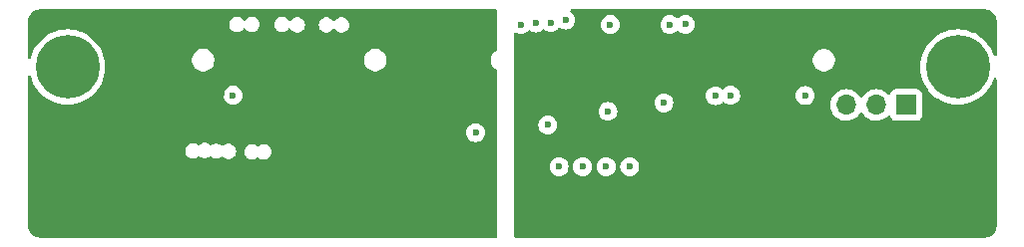
<source format=gbr>
%TF.GenerationSoftware,KiCad,Pcbnew,8.0.4*%
%TF.CreationDate,2024-11-07T09:22:51-08:00*%
%TF.ProjectId,hadron_io_breakouts,68616472-6f6e-45f6-996f-5f627265616b,rev?*%
%TF.SameCoordinates,Original*%
%TF.FileFunction,Copper,L3,Inr*%
%TF.FilePolarity,Positive*%
%FSLAX46Y46*%
G04 Gerber Fmt 4.6, Leading zero omitted, Abs format (unit mm)*
G04 Created by KiCad (PCBNEW 8.0.4) date 2024-11-07 09:22:51*
%MOMM*%
%LPD*%
G01*
G04 APERTURE LIST*
%TA.AperFunction,ComponentPad*%
%ADD10C,0.800000*%
%TD*%
%TA.AperFunction,ComponentPad*%
%ADD11C,5.400000*%
%TD*%
%TA.AperFunction,ComponentPad*%
%ADD12R,1.700000X1.700000*%
%TD*%
%TA.AperFunction,ComponentPad*%
%ADD13O,1.700000X1.700000*%
%TD*%
%TA.AperFunction,ViaPad*%
%ADD14C,0.600000*%
%TD*%
G04 APERTURE END LIST*
D10*
%TO.N,N/C*%
%TO.C,REF\u002A\u002A*%
X98515000Y-25000000D03*
X99108109Y-23568109D03*
X99108109Y-26431891D03*
X100540000Y-22975000D03*
D11*
X100540000Y-25000000D03*
D10*
X100540000Y-27025000D03*
X101971891Y-23568109D03*
X101971891Y-26431891D03*
X102565000Y-25000000D03*
%TD*%
%TO.N,N/C*%
%TO.C,REF\u002A\u002A*%
X22975000Y-25000000D03*
X23568109Y-23568109D03*
X23568109Y-26431891D03*
X25000000Y-22975000D03*
D11*
X25000000Y-25000000D03*
D10*
X25000000Y-27025000D03*
X26431891Y-23568109D03*
X26431891Y-26431891D03*
X27025000Y-25000000D03*
%TD*%
D12*
%TO.N,SBC_Debug-Rx*%
%TO.C,J7*%
X96150000Y-28225000D03*
D13*
%TO.N,SBC_Debug-Tx*%
X93610000Y-28225000D03*
%TO.N,GND*%
X91070000Y-28225000D03*
%TD*%
D14*
%TO.N,GND*%
X51250000Y-27350000D03*
X44350000Y-30125000D03*
X36975000Y-29125000D03*
X47450000Y-34625000D03*
X53475000Y-26125000D03*
X53450000Y-29200000D03*
X59600000Y-21350000D03*
X30050000Y-38350000D03*
X30025000Y-33875000D03*
X30050000Y-30125000D03*
X30050000Y-26200000D03*
X30050000Y-21675000D03*
%TO.N,USB1 VBUS*%
X39050000Y-27400000D03*
%TO.N,GND*%
X42150000Y-37650000D03*
X50975000Y-22350000D03*
X51100000Y-37625000D03*
X67269000Y-21006000D03*
X46975000Y-29050735D03*
X41900000Y-21450000D03*
X43185754Y-27446415D03*
X71050000Y-21400000D03*
X66700000Y-33475000D03*
X72700000Y-33475000D03*
X68700000Y-33475000D03*
X63459000Y-21400000D03*
X70700000Y-33475000D03*
X87575000Y-27425000D03*
X58100000Y-37700000D03*
X65750000Y-29925000D03*
X35150000Y-37750000D03*
X38100000Y-27300000D03*
X45725000Y-21450000D03*
%TO.N,USB0 VBUS*%
X59625000Y-30575000D03*
%TO.N,SBC_RS232-1-Rx*%
X81275000Y-27400000D03*
%TO.N,SBC_RS232-0-Tx*%
X76100000Y-21400000D03*
%TO.N,SBC_RS232-0-Rx*%
X77425000Y-21375000D03*
%TO.N,SBC_RS232-1-Tx*%
X79961765Y-27438235D03*
%TO.N,Net-(J4-Pad5)*%
X75600000Y-28050000D03*
%TO.N,Net-(J4-Pad3)*%
X70850000Y-28775000D03*
%TO.N,Net-(J4-Pad4)*%
X64725000Y-21250000D03*
%TO.N,Net-(J4-Pad6)*%
X65999000Y-21226000D03*
%TO.N,3.3v*%
X65675000Y-27425000D03*
X69825000Y-21400000D03*
%TD*%
%TA.AperFunction,Conductor*%
%TO.N,3.3v*%
G36*
X102830394Y-20100972D02*
G01*
X102860721Y-20103625D01*
X102987755Y-20114739D01*
X103009035Y-20118491D01*
X103105195Y-20144257D01*
X103156369Y-20157969D01*
X103176681Y-20165362D01*
X103314915Y-20229822D01*
X103333633Y-20240629D01*
X103458582Y-20328119D01*
X103475140Y-20342013D01*
X103582986Y-20449859D01*
X103596880Y-20466417D01*
X103684370Y-20591366D01*
X103695177Y-20610084D01*
X103759637Y-20748318D01*
X103767030Y-20768630D01*
X103806507Y-20915961D01*
X103810260Y-20937246D01*
X103824028Y-21094605D01*
X103824500Y-21105413D01*
X103824500Y-23961399D01*
X103804815Y-24028438D01*
X103752011Y-24074193D01*
X103682853Y-24084137D01*
X103619297Y-24055112D01*
X103581523Y-23996334D01*
X103581346Y-23995726D01*
X103574149Y-23970745D01*
X103565659Y-23941276D01*
X103428094Y-23609167D01*
X103254211Y-23294548D01*
X103046194Y-23001377D01*
X102806661Y-22733339D01*
X102538623Y-22493806D01*
X102538622Y-22493805D01*
X102245454Y-22285790D01*
X101974028Y-22135779D01*
X101930833Y-22111906D01*
X101903994Y-22100789D01*
X101844086Y-22075974D01*
X101598724Y-21974341D01*
X101598720Y-21974339D01*
X101598718Y-21974339D01*
X101253305Y-21874828D01*
X101253296Y-21874826D01*
X100898914Y-21814614D01*
X100898902Y-21814612D01*
X100540000Y-21794457D01*
X100181097Y-21814612D01*
X100181085Y-21814614D01*
X99826703Y-21874826D01*
X99826694Y-21874828D01*
X99481281Y-21974339D01*
X99149168Y-22111905D01*
X98834545Y-22285790D01*
X98541377Y-22493805D01*
X98273339Y-22733339D01*
X98033805Y-23001377D01*
X97825790Y-23294545D01*
X97651905Y-23609168D01*
X97514339Y-23941281D01*
X97414828Y-24286694D01*
X97414826Y-24286703D01*
X97354614Y-24641085D01*
X97354612Y-24641097D01*
X97334457Y-25000000D01*
X97354612Y-25358902D01*
X97354614Y-25358914D01*
X97414826Y-25713296D01*
X97414828Y-25713305D01*
X97514339Y-26058718D01*
X97651905Y-26390831D01*
X97825790Y-26705454D01*
X97989353Y-26935973D01*
X98033806Y-26998623D01*
X98273339Y-27266661D01*
X98465331Y-27438235D01*
X98541377Y-27506194D01*
X98649318Y-27582783D01*
X98834548Y-27714211D01*
X99149167Y-27888094D01*
X99481276Y-28025659D01*
X99826700Y-28125173D01*
X100181093Y-28185387D01*
X100540000Y-28205543D01*
X100898907Y-28185387D01*
X101253300Y-28125173D01*
X101598724Y-28025659D01*
X101930833Y-27888094D01*
X102245452Y-27714211D01*
X102538623Y-27506194D01*
X102806661Y-27266661D01*
X103046194Y-26998623D01*
X103254211Y-26705452D01*
X103428094Y-26390833D01*
X103565659Y-26058724D01*
X103581346Y-26004273D01*
X103618820Y-25945303D01*
X103682226Y-25915954D01*
X103751435Y-25925544D01*
X103804472Y-25971029D01*
X103824498Y-26037967D01*
X103824500Y-26038600D01*
X103824500Y-38494586D01*
X103824028Y-38505394D01*
X103810260Y-38662753D01*
X103806507Y-38684038D01*
X103767030Y-38831369D01*
X103759637Y-38851681D01*
X103695177Y-38989915D01*
X103684370Y-39008633D01*
X103596880Y-39133582D01*
X103582986Y-39150140D01*
X103475140Y-39257986D01*
X103458582Y-39271880D01*
X103333633Y-39359370D01*
X103314915Y-39370177D01*
X103176681Y-39434637D01*
X103156369Y-39442030D01*
X103009038Y-39481507D01*
X102987753Y-39485260D01*
X102830395Y-39499028D01*
X102819587Y-39499500D01*
X62999000Y-39499500D01*
X62931961Y-39479815D01*
X62886206Y-39427011D01*
X62875000Y-39375500D01*
X62875000Y-33474996D01*
X65894435Y-33474996D01*
X65894435Y-33475003D01*
X65914630Y-33654249D01*
X65914631Y-33654254D01*
X65974211Y-33824523D01*
X66070184Y-33977262D01*
X66197738Y-34104816D01*
X66350478Y-34200789D01*
X66520745Y-34260368D01*
X66520750Y-34260369D01*
X66699996Y-34280565D01*
X66700000Y-34280565D01*
X66700004Y-34280565D01*
X66879249Y-34260369D01*
X66879252Y-34260368D01*
X66879255Y-34260368D01*
X67049522Y-34200789D01*
X67202262Y-34104816D01*
X67329816Y-33977262D01*
X67425789Y-33824522D01*
X67485368Y-33654255D01*
X67505565Y-33475000D01*
X67505565Y-33474996D01*
X67894435Y-33474996D01*
X67894435Y-33475003D01*
X67914630Y-33654249D01*
X67914631Y-33654254D01*
X67974211Y-33824523D01*
X68070184Y-33977262D01*
X68197738Y-34104816D01*
X68350478Y-34200789D01*
X68520745Y-34260368D01*
X68520750Y-34260369D01*
X68699996Y-34280565D01*
X68700000Y-34280565D01*
X68700004Y-34280565D01*
X68879249Y-34260369D01*
X68879252Y-34260368D01*
X68879255Y-34260368D01*
X69049522Y-34200789D01*
X69202262Y-34104816D01*
X69329816Y-33977262D01*
X69425789Y-33824522D01*
X69485368Y-33654255D01*
X69505565Y-33475000D01*
X69505565Y-33474996D01*
X69894435Y-33474996D01*
X69894435Y-33475003D01*
X69914630Y-33654249D01*
X69914631Y-33654254D01*
X69974211Y-33824523D01*
X70070184Y-33977262D01*
X70197738Y-34104816D01*
X70350478Y-34200789D01*
X70520745Y-34260368D01*
X70520750Y-34260369D01*
X70699996Y-34280565D01*
X70700000Y-34280565D01*
X70700004Y-34280565D01*
X70879249Y-34260369D01*
X70879252Y-34260368D01*
X70879255Y-34260368D01*
X71049522Y-34200789D01*
X71202262Y-34104816D01*
X71329816Y-33977262D01*
X71425789Y-33824522D01*
X71485368Y-33654255D01*
X71505565Y-33475000D01*
X71505565Y-33474996D01*
X71894435Y-33474996D01*
X71894435Y-33475003D01*
X71914630Y-33654249D01*
X71914631Y-33654254D01*
X71974211Y-33824523D01*
X72070184Y-33977262D01*
X72197738Y-34104816D01*
X72350478Y-34200789D01*
X72520745Y-34260368D01*
X72520750Y-34260369D01*
X72699996Y-34280565D01*
X72700000Y-34280565D01*
X72700004Y-34280565D01*
X72879249Y-34260369D01*
X72879252Y-34260368D01*
X72879255Y-34260368D01*
X73049522Y-34200789D01*
X73202262Y-34104816D01*
X73329816Y-33977262D01*
X73425789Y-33824522D01*
X73485368Y-33654255D01*
X73505565Y-33475000D01*
X73485368Y-33295745D01*
X73425789Y-33125478D01*
X73329816Y-32972738D01*
X73202262Y-32845184D01*
X73049523Y-32749211D01*
X72879254Y-32689631D01*
X72879249Y-32689630D01*
X72700004Y-32669435D01*
X72699996Y-32669435D01*
X72520750Y-32689630D01*
X72520745Y-32689631D01*
X72350476Y-32749211D01*
X72197737Y-32845184D01*
X72070184Y-32972737D01*
X71974211Y-33125476D01*
X71914631Y-33295745D01*
X71914630Y-33295750D01*
X71894435Y-33474996D01*
X71505565Y-33474996D01*
X71485368Y-33295745D01*
X71425789Y-33125478D01*
X71329816Y-32972738D01*
X71202262Y-32845184D01*
X71049523Y-32749211D01*
X70879254Y-32689631D01*
X70879249Y-32689630D01*
X70700004Y-32669435D01*
X70699996Y-32669435D01*
X70520750Y-32689630D01*
X70520745Y-32689631D01*
X70350476Y-32749211D01*
X70197737Y-32845184D01*
X70070184Y-32972737D01*
X69974211Y-33125476D01*
X69914631Y-33295745D01*
X69914630Y-33295750D01*
X69894435Y-33474996D01*
X69505565Y-33474996D01*
X69485368Y-33295745D01*
X69425789Y-33125478D01*
X69329816Y-32972738D01*
X69202262Y-32845184D01*
X69049523Y-32749211D01*
X68879254Y-32689631D01*
X68879249Y-32689630D01*
X68700004Y-32669435D01*
X68699996Y-32669435D01*
X68520750Y-32689630D01*
X68520745Y-32689631D01*
X68350476Y-32749211D01*
X68197737Y-32845184D01*
X68070184Y-32972737D01*
X67974211Y-33125476D01*
X67914631Y-33295745D01*
X67914630Y-33295750D01*
X67894435Y-33474996D01*
X67505565Y-33474996D01*
X67485368Y-33295745D01*
X67425789Y-33125478D01*
X67329816Y-32972738D01*
X67202262Y-32845184D01*
X67049523Y-32749211D01*
X66879254Y-32689631D01*
X66879249Y-32689630D01*
X66700004Y-32669435D01*
X66699996Y-32669435D01*
X66520750Y-32689630D01*
X66520745Y-32689631D01*
X66350476Y-32749211D01*
X66197737Y-32845184D01*
X66070184Y-32972737D01*
X65974211Y-33125476D01*
X65914631Y-33295745D01*
X65914630Y-33295750D01*
X65894435Y-33474996D01*
X62875000Y-33474996D01*
X62875000Y-29924996D01*
X64944435Y-29924996D01*
X64944435Y-29925003D01*
X64964630Y-30104249D01*
X64964631Y-30104254D01*
X65024211Y-30274523D01*
X65120184Y-30427262D01*
X65247738Y-30554816D01*
X65400478Y-30650789D01*
X65570745Y-30710368D01*
X65570750Y-30710369D01*
X65749996Y-30730565D01*
X65750000Y-30730565D01*
X65750004Y-30730565D01*
X65929249Y-30710369D01*
X65929252Y-30710368D01*
X65929255Y-30710368D01*
X66099522Y-30650789D01*
X66252262Y-30554816D01*
X66379816Y-30427262D01*
X66475789Y-30274522D01*
X66535368Y-30104255D01*
X66555565Y-29925000D01*
X66535368Y-29745745D01*
X66475789Y-29575478D01*
X66466295Y-29560369D01*
X66385979Y-29432547D01*
X66379816Y-29422738D01*
X66252262Y-29295184D01*
X66099523Y-29199211D01*
X65929254Y-29139631D01*
X65929249Y-29139630D01*
X65750004Y-29119435D01*
X65749996Y-29119435D01*
X65570750Y-29139630D01*
X65570745Y-29139631D01*
X65400476Y-29199211D01*
X65247737Y-29295184D01*
X65120184Y-29422737D01*
X65024211Y-29575476D01*
X64964631Y-29745745D01*
X64964630Y-29745750D01*
X64944435Y-29924996D01*
X62875000Y-29924996D01*
X62875000Y-28774996D01*
X70044435Y-28774996D01*
X70044435Y-28775003D01*
X70064630Y-28954249D01*
X70064631Y-28954254D01*
X70124211Y-29124523D01*
X70160630Y-29182483D01*
X70220184Y-29277262D01*
X70347738Y-29404816D01*
X70376259Y-29422737D01*
X70497479Y-29498905D01*
X70500478Y-29500789D01*
X70669868Y-29560061D01*
X70670745Y-29560368D01*
X70670750Y-29560369D01*
X70849996Y-29580565D01*
X70850000Y-29580565D01*
X70850004Y-29580565D01*
X71029249Y-29560369D01*
X71029252Y-29560368D01*
X71029255Y-29560368D01*
X71199522Y-29500789D01*
X71352262Y-29404816D01*
X71479816Y-29277262D01*
X71575789Y-29124522D01*
X71635368Y-28954255D01*
X71635369Y-28954249D01*
X71655565Y-28775003D01*
X71655565Y-28774996D01*
X71635369Y-28595750D01*
X71635368Y-28595745D01*
X71588013Y-28460413D01*
X71575789Y-28425478D01*
X71559480Y-28399523D01*
X71479815Y-28272737D01*
X71352262Y-28145184D01*
X71200772Y-28049996D01*
X74794435Y-28049996D01*
X74794435Y-28050003D01*
X74814630Y-28229249D01*
X74814631Y-28229254D01*
X74874211Y-28399523D01*
X74890520Y-28425478D01*
X74970184Y-28552262D01*
X75097738Y-28679816D01*
X75250478Y-28775789D01*
X75420745Y-28835368D01*
X75420750Y-28835369D01*
X75599996Y-28855565D01*
X75600000Y-28855565D01*
X75600004Y-28855565D01*
X75779249Y-28835369D01*
X75779252Y-28835368D01*
X75779255Y-28835368D01*
X75949522Y-28775789D01*
X76102262Y-28679816D01*
X76229816Y-28552262D01*
X76325789Y-28399522D01*
X76385368Y-28229255D01*
X76385369Y-28229249D01*
X76405565Y-28050003D01*
X76405565Y-28049996D01*
X76385369Y-27870750D01*
X76385368Y-27870745D01*
X76325789Y-27700478D01*
X76229816Y-27547738D01*
X76120309Y-27438231D01*
X79156200Y-27438231D01*
X79156200Y-27438238D01*
X79176395Y-27617484D01*
X79176396Y-27617489D01*
X79235976Y-27787758D01*
X79288121Y-27870745D01*
X79331949Y-27940497D01*
X79459503Y-28068051D01*
X79549845Y-28124817D01*
X79591179Y-28150789D01*
X79612243Y-28164024D01*
X79782510Y-28223603D01*
X79782515Y-28223604D01*
X79961761Y-28243800D01*
X79961765Y-28243800D01*
X79961769Y-28243800D01*
X80141014Y-28223604D01*
X80141017Y-28223603D01*
X80141020Y-28223603D01*
X80311287Y-28164024D01*
X80464027Y-28068051D01*
X80549819Y-27982259D01*
X80611142Y-27948774D01*
X80680834Y-27953758D01*
X80725181Y-27982259D01*
X80772738Y-28029816D01*
X80833587Y-28068050D01*
X80924497Y-28125173D01*
X80925478Y-28125789D01*
X81095745Y-28185368D01*
X81095750Y-28185369D01*
X81274996Y-28205565D01*
X81275000Y-28205565D01*
X81275004Y-28205565D01*
X81454249Y-28185369D01*
X81454252Y-28185368D01*
X81454255Y-28185368D01*
X81624522Y-28125789D01*
X81777262Y-28029816D01*
X81904816Y-27902262D01*
X82000789Y-27749522D01*
X82060368Y-27579255D01*
X82063919Y-27547738D01*
X82077749Y-27424996D01*
X86769435Y-27424996D01*
X86769435Y-27425003D01*
X86789630Y-27604249D01*
X86789631Y-27604254D01*
X86849211Y-27774523D01*
X86909672Y-27870745D01*
X86945184Y-27927262D01*
X87072738Y-28054816D01*
X87163080Y-28111582D01*
X87216557Y-28145184D01*
X87225478Y-28150789D01*
X87381953Y-28205542D01*
X87395745Y-28210368D01*
X87395750Y-28210369D01*
X87574996Y-28230565D01*
X87575000Y-28230565D01*
X87575004Y-28230565D01*
X87624404Y-28224999D01*
X89714341Y-28224999D01*
X89714341Y-28225000D01*
X89734936Y-28460403D01*
X89734938Y-28460413D01*
X89796094Y-28688655D01*
X89796096Y-28688659D01*
X89796097Y-28688663D01*
X89800000Y-28697032D01*
X89895965Y-28902830D01*
X89895967Y-28902834D01*
X89931973Y-28954255D01*
X90031505Y-29096401D01*
X90198599Y-29263495D01*
X90295384Y-29331265D01*
X90392165Y-29399032D01*
X90392167Y-29399033D01*
X90392170Y-29399035D01*
X90606337Y-29498903D01*
X90606343Y-29498904D01*
X90606344Y-29498905D01*
X90661285Y-29513626D01*
X90834592Y-29560063D01*
X91011034Y-29575500D01*
X91069999Y-29580659D01*
X91070000Y-29580659D01*
X91070001Y-29580659D01*
X91128966Y-29575500D01*
X91305408Y-29560063D01*
X91533663Y-29498903D01*
X91747830Y-29399035D01*
X91941401Y-29263495D01*
X92108495Y-29096401D01*
X92238425Y-28910842D01*
X92293002Y-28867217D01*
X92362500Y-28860023D01*
X92424855Y-28891546D01*
X92441575Y-28910842D01*
X92571500Y-29096395D01*
X92571505Y-29096401D01*
X92738599Y-29263495D01*
X92835384Y-29331265D01*
X92932165Y-29399032D01*
X92932167Y-29399033D01*
X92932170Y-29399035D01*
X93146337Y-29498903D01*
X93146343Y-29498904D01*
X93146344Y-29498905D01*
X93201285Y-29513626D01*
X93374592Y-29560063D01*
X93551034Y-29575500D01*
X93609999Y-29580659D01*
X93610000Y-29580659D01*
X93610001Y-29580659D01*
X93668966Y-29575500D01*
X93845408Y-29560063D01*
X94073663Y-29498903D01*
X94287830Y-29399035D01*
X94481401Y-29263495D01*
X94603329Y-29141566D01*
X94664648Y-29108084D01*
X94734340Y-29113068D01*
X94790274Y-29154939D01*
X94807189Y-29185917D01*
X94856202Y-29317328D01*
X94856206Y-29317335D01*
X94942452Y-29432544D01*
X94942455Y-29432547D01*
X95057664Y-29518793D01*
X95057671Y-29518797D01*
X95192517Y-29569091D01*
X95192516Y-29569091D01*
X95199444Y-29569835D01*
X95252127Y-29575500D01*
X97047872Y-29575499D01*
X97107483Y-29569091D01*
X97242331Y-29518796D01*
X97357546Y-29432546D01*
X97443796Y-29317331D01*
X97494091Y-29182483D01*
X97500500Y-29122873D01*
X97500499Y-27327128D01*
X97494091Y-27267517D01*
X97493771Y-27266660D01*
X97443797Y-27132671D01*
X97443793Y-27132664D01*
X97357547Y-27017455D01*
X97357544Y-27017452D01*
X97242335Y-26931206D01*
X97242328Y-26931202D01*
X97107482Y-26880908D01*
X97107483Y-26880908D01*
X97047883Y-26874501D01*
X97047881Y-26874500D01*
X97047873Y-26874500D01*
X97047864Y-26874500D01*
X95252129Y-26874500D01*
X95252123Y-26874501D01*
X95192516Y-26880908D01*
X95057671Y-26931202D01*
X95057664Y-26931206D01*
X94942455Y-27017452D01*
X94942452Y-27017455D01*
X94856206Y-27132664D01*
X94856203Y-27132669D01*
X94807189Y-27264083D01*
X94765317Y-27320016D01*
X94699853Y-27344433D01*
X94631580Y-27329581D01*
X94603326Y-27308430D01*
X94481402Y-27186506D01*
X94481395Y-27186501D01*
X94287834Y-27050967D01*
X94287830Y-27050965D01*
X94286781Y-27050476D01*
X94073663Y-26951097D01*
X94073659Y-26951096D01*
X94073655Y-26951094D01*
X93845413Y-26889938D01*
X93845403Y-26889936D01*
X93610001Y-26869341D01*
X93609999Y-26869341D01*
X93374596Y-26889936D01*
X93374586Y-26889938D01*
X93146344Y-26951094D01*
X93146335Y-26951098D01*
X92932171Y-27050964D01*
X92932169Y-27050965D01*
X92738597Y-27186505D01*
X92571505Y-27353597D01*
X92441575Y-27539158D01*
X92386998Y-27582783D01*
X92317500Y-27589977D01*
X92255145Y-27558454D01*
X92238425Y-27539158D01*
X92108494Y-27353597D01*
X91941402Y-27186506D01*
X91941395Y-27186501D01*
X91747834Y-27050967D01*
X91747830Y-27050965D01*
X91746781Y-27050476D01*
X91533663Y-26951097D01*
X91533659Y-26951096D01*
X91533655Y-26951094D01*
X91305413Y-26889938D01*
X91305403Y-26889936D01*
X91070001Y-26869341D01*
X91069999Y-26869341D01*
X90834596Y-26889936D01*
X90834586Y-26889938D01*
X90606344Y-26951094D01*
X90606335Y-26951098D01*
X90392171Y-27050964D01*
X90392169Y-27050965D01*
X90198597Y-27186505D01*
X90031505Y-27353597D01*
X89895965Y-27547169D01*
X89895964Y-27547171D01*
X89796098Y-27761335D01*
X89796094Y-27761344D01*
X89734938Y-27989586D01*
X89734936Y-27989596D01*
X89714341Y-28224999D01*
X87624404Y-28224999D01*
X87754249Y-28210369D01*
X87754252Y-28210368D01*
X87754255Y-28210368D01*
X87924522Y-28150789D01*
X88077262Y-28054816D01*
X88204816Y-27927262D01*
X88300789Y-27774522D01*
X88360368Y-27604255D01*
X88361977Y-27589977D01*
X88380565Y-27425003D01*
X88380565Y-27424996D01*
X88360369Y-27245750D01*
X88360368Y-27245745D01*
X88339638Y-27186501D01*
X88300789Y-27075478D01*
X88285386Y-27050965D01*
X88213131Y-26935972D01*
X88204816Y-26922738D01*
X88077262Y-26795184D01*
X88037475Y-26770184D01*
X87924523Y-26699211D01*
X87754254Y-26639631D01*
X87754249Y-26639630D01*
X87575004Y-26619435D01*
X87574996Y-26619435D01*
X87395750Y-26639630D01*
X87395745Y-26639631D01*
X87225476Y-26699211D01*
X87072737Y-26795184D01*
X86945184Y-26922737D01*
X86849211Y-27075476D01*
X86789631Y-27245745D01*
X86789630Y-27245750D01*
X86769435Y-27424996D01*
X82077749Y-27424996D01*
X82080565Y-27400003D01*
X82080565Y-27399996D01*
X82060369Y-27220750D01*
X82060368Y-27220745D01*
X82048387Y-27186505D01*
X82000789Y-27050478D01*
X81904816Y-26897738D01*
X81777262Y-26770184D01*
X81685373Y-26712446D01*
X81624523Y-26674211D01*
X81454254Y-26614631D01*
X81454249Y-26614630D01*
X81275004Y-26594435D01*
X81274996Y-26594435D01*
X81095750Y-26614630D01*
X81095745Y-26614631D01*
X80925476Y-26674211D01*
X80772737Y-26770184D01*
X80686946Y-26855976D01*
X80625623Y-26889461D01*
X80555931Y-26884477D01*
X80511584Y-26855976D01*
X80464027Y-26808419D01*
X80311288Y-26712446D01*
X80141019Y-26652866D01*
X80141014Y-26652865D01*
X79961769Y-26632670D01*
X79961761Y-26632670D01*
X79782515Y-26652865D01*
X79782510Y-26652866D01*
X79612241Y-26712446D01*
X79459502Y-26808419D01*
X79331949Y-26935972D01*
X79235976Y-27088711D01*
X79176396Y-27258980D01*
X79176395Y-27258985D01*
X79156200Y-27438231D01*
X76120309Y-27438231D01*
X76102262Y-27420184D01*
X76070144Y-27400003D01*
X75949523Y-27324211D01*
X75779254Y-27264631D01*
X75779249Y-27264630D01*
X75600004Y-27244435D01*
X75599996Y-27244435D01*
X75420750Y-27264630D01*
X75420745Y-27264631D01*
X75250476Y-27324211D01*
X75097737Y-27420184D01*
X74970184Y-27547737D01*
X74874211Y-27700476D01*
X74814631Y-27870745D01*
X74814630Y-27870750D01*
X74794435Y-28049996D01*
X71200772Y-28049996D01*
X71199523Y-28049211D01*
X71029254Y-27989631D01*
X71029249Y-27989630D01*
X70850004Y-27969435D01*
X70849996Y-27969435D01*
X70670750Y-27989630D01*
X70670745Y-27989631D01*
X70500476Y-28049211D01*
X70347737Y-28145184D01*
X70220184Y-28272737D01*
X70124211Y-28425476D01*
X70064631Y-28595745D01*
X70064630Y-28595750D01*
X70044435Y-28774996D01*
X62875000Y-28774996D01*
X62875000Y-24319879D01*
X88225500Y-24319879D01*
X88225500Y-24507120D01*
X88262025Y-24690743D01*
X88262027Y-24690751D01*
X88333676Y-24863728D01*
X88333681Y-24863737D01*
X88437697Y-25019407D01*
X88437700Y-25019411D01*
X88570088Y-25151799D01*
X88570092Y-25151802D01*
X88725762Y-25255818D01*
X88725768Y-25255821D01*
X88725769Y-25255822D01*
X88898749Y-25327473D01*
X89056780Y-25358907D01*
X89082379Y-25363999D01*
X89082383Y-25364000D01*
X89082384Y-25364000D01*
X89269617Y-25364000D01*
X89269618Y-25363999D01*
X89453251Y-25327473D01*
X89626231Y-25255822D01*
X89781908Y-25151802D01*
X89914302Y-25019408D01*
X90018322Y-24863731D01*
X90089973Y-24690751D01*
X90126500Y-24507116D01*
X90126500Y-24319884D01*
X90089973Y-24136249D01*
X90018322Y-23963269D01*
X90018321Y-23963268D01*
X90018318Y-23963262D01*
X89914302Y-23807592D01*
X89914299Y-23807588D01*
X89781911Y-23675200D01*
X89781907Y-23675197D01*
X89626237Y-23571181D01*
X89626228Y-23571176D01*
X89453251Y-23499527D01*
X89453243Y-23499525D01*
X89269620Y-23463000D01*
X89269616Y-23463000D01*
X89082384Y-23463000D01*
X89082379Y-23463000D01*
X88898756Y-23499525D01*
X88898748Y-23499527D01*
X88725771Y-23571176D01*
X88725762Y-23571181D01*
X88570092Y-23675197D01*
X88570088Y-23675200D01*
X88437700Y-23807588D01*
X88437697Y-23807592D01*
X88333681Y-23963262D01*
X88333676Y-23963271D01*
X88262027Y-24136248D01*
X88262025Y-24136256D01*
X88225500Y-24319879D01*
X62875000Y-24319879D01*
X62875000Y-22202818D01*
X62894685Y-22135779D01*
X62947489Y-22090024D01*
X63016647Y-22080080D01*
X63064972Y-22097825D01*
X63109473Y-22125787D01*
X63109477Y-22125788D01*
X63109478Y-22125789D01*
X63138028Y-22135779D01*
X63279745Y-22185368D01*
X63279750Y-22185369D01*
X63458996Y-22205565D01*
X63459000Y-22205565D01*
X63459004Y-22205565D01*
X63638249Y-22185369D01*
X63638252Y-22185368D01*
X63638255Y-22185368D01*
X63808522Y-22125789D01*
X63961262Y-22029816D01*
X64084357Y-21906720D01*
X64145676Y-21873238D01*
X64215368Y-21878222D01*
X64238007Y-21889410D01*
X64373173Y-21974341D01*
X64375478Y-21975789D01*
X64529878Y-22029816D01*
X64545745Y-22035368D01*
X64545750Y-22035369D01*
X64724996Y-22055565D01*
X64725000Y-22055565D01*
X64725004Y-22055565D01*
X64904249Y-22035369D01*
X64904252Y-22035368D01*
X64904255Y-22035368D01*
X65074522Y-21975789D01*
X65227262Y-21879816D01*
X65286319Y-21820759D01*
X65347642Y-21787274D01*
X65417334Y-21792258D01*
X65461681Y-21820759D01*
X65496738Y-21855816D01*
X65570656Y-21902262D01*
X65638289Y-21944759D01*
X65649478Y-21951789D01*
X65819745Y-22011368D01*
X65819750Y-22011369D01*
X65998996Y-22031565D01*
X65999000Y-22031565D01*
X65999004Y-22031565D01*
X66178249Y-22011369D01*
X66178252Y-22011368D01*
X66178255Y-22011368D01*
X66348522Y-21951789D01*
X66501262Y-21855816D01*
X66628816Y-21728262D01*
X66643529Y-21704845D01*
X66695862Y-21658555D01*
X66764915Y-21647905D01*
X66814494Y-21665823D01*
X66845483Y-21685295D01*
X66919475Y-21731788D01*
X67089745Y-21791368D01*
X67089750Y-21791369D01*
X67268996Y-21811565D01*
X67269000Y-21811565D01*
X67269004Y-21811565D01*
X67448249Y-21791369D01*
X67448252Y-21791368D01*
X67448255Y-21791368D01*
X67618522Y-21731789D01*
X67771262Y-21635816D01*
X67898816Y-21508262D01*
X67966844Y-21399996D01*
X70244435Y-21399996D01*
X70244435Y-21400003D01*
X70264630Y-21579249D01*
X70264631Y-21579254D01*
X70324211Y-21749523D01*
X70420184Y-21902262D01*
X70547738Y-22029816D01*
X70627733Y-22080080D01*
X70700474Y-22125787D01*
X70700478Y-22125789D01*
X70729028Y-22135779D01*
X70870745Y-22185368D01*
X70870750Y-22185369D01*
X71049996Y-22205565D01*
X71050000Y-22205565D01*
X71050004Y-22205565D01*
X71229249Y-22185369D01*
X71229252Y-22185368D01*
X71229255Y-22185368D01*
X71399522Y-22125789D01*
X71552262Y-22029816D01*
X71679816Y-21902262D01*
X71775789Y-21749522D01*
X71835368Y-21579255D01*
X71838185Y-21554254D01*
X71855565Y-21400003D01*
X71855565Y-21399996D01*
X75294435Y-21399996D01*
X75294435Y-21400003D01*
X75314630Y-21579249D01*
X75314631Y-21579254D01*
X75374211Y-21749523D01*
X75470184Y-21902262D01*
X75597738Y-22029816D01*
X75677733Y-22080080D01*
X75750474Y-22125787D01*
X75750478Y-22125789D01*
X75779028Y-22135779D01*
X75920745Y-22185368D01*
X75920750Y-22185369D01*
X76099996Y-22205565D01*
X76100000Y-22205565D01*
X76100004Y-22205565D01*
X76279249Y-22185369D01*
X76279252Y-22185368D01*
X76279255Y-22185368D01*
X76449522Y-22125789D01*
X76602262Y-22029816D01*
X76687319Y-21944759D01*
X76748642Y-21911274D01*
X76818334Y-21916258D01*
X76862681Y-21944759D01*
X76922738Y-22004816D01*
X77013080Y-22061582D01*
X77070760Y-22097825D01*
X77075478Y-22100789D01*
X77146924Y-22125789D01*
X77245745Y-22160368D01*
X77245750Y-22160369D01*
X77424996Y-22180565D01*
X77425000Y-22180565D01*
X77425004Y-22180565D01*
X77604249Y-22160369D01*
X77604252Y-22160368D01*
X77604255Y-22160368D01*
X77774522Y-22100789D01*
X77927262Y-22004816D01*
X78054816Y-21877262D01*
X78150789Y-21724522D01*
X78210368Y-21554255D01*
X78227748Y-21400003D01*
X78230565Y-21375003D01*
X78230565Y-21374996D01*
X78210369Y-21195750D01*
X78210368Y-21195745D01*
X78176865Y-21100000D01*
X78150789Y-21025478D01*
X78054816Y-20872738D01*
X77927262Y-20745184D01*
X77858814Y-20702175D01*
X77774523Y-20649211D01*
X77604254Y-20589631D01*
X77604249Y-20589630D01*
X77425004Y-20569435D01*
X77424996Y-20569435D01*
X77245750Y-20589630D01*
X77245745Y-20589631D01*
X77075476Y-20649211D01*
X76922739Y-20745183D01*
X76837681Y-20830241D01*
X76776357Y-20863725D01*
X76706666Y-20858741D01*
X76662319Y-20830241D01*
X76658823Y-20826745D01*
X76602262Y-20770184D01*
X76504704Y-20708884D01*
X76449523Y-20674211D01*
X76279254Y-20614631D01*
X76279249Y-20614630D01*
X76100004Y-20594435D01*
X76099996Y-20594435D01*
X75920750Y-20614630D01*
X75920745Y-20614631D01*
X75750476Y-20674211D01*
X75597737Y-20770184D01*
X75470184Y-20897737D01*
X75374211Y-21050476D01*
X75314631Y-21220745D01*
X75314630Y-21220750D01*
X75294435Y-21399996D01*
X71855565Y-21399996D01*
X71835369Y-21220750D01*
X71835368Y-21220745D01*
X71826620Y-21195745D01*
X71775789Y-21050478D01*
X71760080Y-21025478D01*
X71736582Y-20988080D01*
X71679816Y-20897738D01*
X71552262Y-20770184D01*
X71533112Y-20758151D01*
X71399523Y-20674211D01*
X71229254Y-20614631D01*
X71229249Y-20614630D01*
X71050004Y-20594435D01*
X71049996Y-20594435D01*
X70870750Y-20614630D01*
X70870745Y-20614631D01*
X70700476Y-20674211D01*
X70547737Y-20770184D01*
X70420184Y-20897737D01*
X70324211Y-21050476D01*
X70264631Y-21220745D01*
X70264630Y-21220750D01*
X70244435Y-21399996D01*
X67966844Y-21399996D01*
X67994789Y-21355522D01*
X68054368Y-21185255D01*
X68071398Y-21034108D01*
X68074565Y-21006003D01*
X68074565Y-21005996D01*
X68054369Y-20826750D01*
X68054368Y-20826745D01*
X68026569Y-20747300D01*
X67994789Y-20656478D01*
X67994012Y-20655242D01*
X67898815Y-20503737D01*
X67771262Y-20376184D01*
X67696955Y-20329494D01*
X67650664Y-20277159D01*
X67640016Y-20208106D01*
X67668391Y-20144257D01*
X67726781Y-20105885D01*
X67762927Y-20100500D01*
X102759108Y-20100500D01*
X102819587Y-20100500D01*
X102830394Y-20100972D01*
G37*
%TD.AperFunction*%
%TD*%
%TA.AperFunction,Conductor*%
%TO.N,GND*%
G36*
X61418039Y-20120185D02*
G01*
X61463794Y-20172989D01*
X61475000Y-20224500D01*
X61475000Y-23469331D01*
X61455315Y-23536370D01*
X61419890Y-23572433D01*
X61266096Y-23675194D01*
X61266088Y-23675200D01*
X61133700Y-23807588D01*
X61133697Y-23807592D01*
X61029681Y-23963262D01*
X61029676Y-23963271D01*
X60958027Y-24136248D01*
X60958025Y-24136256D01*
X60921500Y-24319879D01*
X60921500Y-24507120D01*
X60958025Y-24690743D01*
X60958027Y-24690751D01*
X61029676Y-24863728D01*
X61029681Y-24863737D01*
X61133697Y-25019407D01*
X61133700Y-25019411D01*
X61266088Y-25151799D01*
X61266096Y-25151805D01*
X61419890Y-25254567D01*
X61464696Y-25308179D01*
X61475000Y-25357669D01*
X61475000Y-39375500D01*
X61455315Y-39442539D01*
X61402511Y-39488294D01*
X61351000Y-39499500D01*
X22655413Y-39499500D01*
X22644605Y-39499028D01*
X22487246Y-39485260D01*
X22465961Y-39481507D01*
X22318630Y-39442030D01*
X22298318Y-39434637D01*
X22160084Y-39370177D01*
X22141366Y-39359370D01*
X22016417Y-39271880D01*
X21999859Y-39257986D01*
X21892013Y-39150140D01*
X21878119Y-39133582D01*
X21790629Y-39008633D01*
X21779822Y-38989915D01*
X21715362Y-38851681D01*
X21707969Y-38831369D01*
X21668492Y-38684038D01*
X21664739Y-38662752D01*
X21650972Y-38505393D01*
X21650500Y-38494586D01*
X21650500Y-32124999D01*
X34994722Y-32124999D01*
X34994722Y-32125000D01*
X35013762Y-32281818D01*
X35051688Y-32381818D01*
X35069780Y-32429523D01*
X35159517Y-32559530D01*
X35277760Y-32664283D01*
X35277762Y-32664284D01*
X35417634Y-32737696D01*
X35571014Y-32775500D01*
X35571015Y-32775500D01*
X35728985Y-32775500D01*
X35882365Y-32737696D01*
X36022238Y-32664284D01*
X36022237Y-32664284D01*
X36022240Y-32664283D01*
X36081882Y-32611444D01*
X36145115Y-32581723D01*
X36214378Y-32590907D01*
X36246335Y-32611444D01*
X36277759Y-32639282D01*
X36277761Y-32639284D01*
X36417634Y-32712696D01*
X36571014Y-32750500D01*
X36571015Y-32750500D01*
X36728985Y-32750500D01*
X36882365Y-32712696D01*
X37022233Y-32639287D01*
X37022238Y-32639284D01*
X37022237Y-32639284D01*
X37022240Y-32639283D01*
X37027051Y-32635020D01*
X37090283Y-32605298D01*
X37159546Y-32614479D01*
X37191506Y-32635018D01*
X37252759Y-32689282D01*
X37252761Y-32689284D01*
X37392634Y-32762696D01*
X37546014Y-32800500D01*
X37546015Y-32800500D01*
X37703985Y-32800500D01*
X37857365Y-32762696D01*
X37997238Y-32689284D01*
X37997237Y-32689284D01*
X37997240Y-32689283D01*
X38041163Y-32650370D01*
X38104396Y-32620649D01*
X38173659Y-32629833D01*
X38205614Y-32650368D01*
X38241007Y-32681723D01*
X38277762Y-32714285D01*
X38417634Y-32787696D01*
X38571014Y-32825500D01*
X38571015Y-32825500D01*
X38728985Y-32825500D01*
X38882365Y-32787696D01*
X38953235Y-32750500D01*
X39022240Y-32714283D01*
X39140483Y-32609530D01*
X39230220Y-32479523D01*
X39286237Y-32331818D01*
X39299207Y-32224999D01*
X39994722Y-32224999D01*
X39994722Y-32225000D01*
X40013762Y-32381818D01*
X40050818Y-32479524D01*
X40069780Y-32529523D01*
X40159517Y-32659530D01*
X40277760Y-32764283D01*
X40277762Y-32764284D01*
X40417634Y-32837696D01*
X40571014Y-32875500D01*
X40571015Y-32875500D01*
X40728985Y-32875500D01*
X40882365Y-32837696D01*
X41022238Y-32764284D01*
X41022237Y-32764284D01*
X41022240Y-32764283D01*
X41081882Y-32711444D01*
X41145115Y-32681723D01*
X41214378Y-32690907D01*
X41246335Y-32711444D01*
X41277759Y-32739282D01*
X41277761Y-32739284D01*
X41417634Y-32812696D01*
X41571014Y-32850500D01*
X41571015Y-32850500D01*
X41728985Y-32850500D01*
X41882365Y-32812696D01*
X41953235Y-32775500D01*
X42022240Y-32739283D01*
X42140483Y-32634530D01*
X42230220Y-32504523D01*
X42286237Y-32356818D01*
X42305278Y-32200000D01*
X42302243Y-32175000D01*
X42286237Y-32043181D01*
X42239701Y-31920477D01*
X42230220Y-31895477D01*
X42140483Y-31765470D01*
X42022240Y-31660717D01*
X42022238Y-31660716D01*
X42022237Y-31660715D01*
X41882365Y-31587303D01*
X41728986Y-31549500D01*
X41728985Y-31549500D01*
X41571015Y-31549500D01*
X41571014Y-31549500D01*
X41417634Y-31587303D01*
X41277762Y-31660714D01*
X41218116Y-31713556D01*
X41154882Y-31743276D01*
X41085619Y-31734092D01*
X41053664Y-31713555D01*
X41022240Y-31685717D01*
X41022238Y-31685715D01*
X40882365Y-31612303D01*
X40728986Y-31574500D01*
X40728985Y-31574500D01*
X40571015Y-31574500D01*
X40571014Y-31574500D01*
X40417634Y-31612303D01*
X40277762Y-31685715D01*
X40277760Y-31685717D01*
X40187737Y-31765470D01*
X40159516Y-31790471D01*
X40069781Y-31920475D01*
X40069780Y-31920476D01*
X40013762Y-32068181D01*
X39994722Y-32224999D01*
X39299207Y-32224999D01*
X39305278Y-32175000D01*
X39289273Y-32043181D01*
X39286237Y-32018181D01*
X39249182Y-31920476D01*
X39230220Y-31870477D01*
X39140483Y-31740470D01*
X39022240Y-31635717D01*
X39022238Y-31635716D01*
X39022237Y-31635715D01*
X38882365Y-31562303D01*
X38728986Y-31524500D01*
X38728985Y-31524500D01*
X38571015Y-31524500D01*
X38571014Y-31524500D01*
X38417634Y-31562303D01*
X38277761Y-31635715D01*
X38277759Y-31635717D01*
X38233834Y-31674630D01*
X38170601Y-31704350D01*
X38101337Y-31695165D01*
X38069383Y-31674630D01*
X37997240Y-31610717D01*
X37997238Y-31610716D01*
X37997237Y-31610715D01*
X37857365Y-31537303D01*
X37703986Y-31499500D01*
X37703985Y-31499500D01*
X37546015Y-31499500D01*
X37546014Y-31499500D01*
X37392634Y-31537303D01*
X37252764Y-31610714D01*
X37252756Y-31610719D01*
X37247940Y-31614986D01*
X37184705Y-31644703D01*
X37115442Y-31635515D01*
X37083493Y-31614981D01*
X37022240Y-31560717D01*
X37022238Y-31560715D01*
X36882365Y-31487303D01*
X36728986Y-31449500D01*
X36728985Y-31449500D01*
X36571015Y-31449500D01*
X36571014Y-31449500D01*
X36417634Y-31487303D01*
X36277762Y-31560714D01*
X36218116Y-31613556D01*
X36154882Y-31643276D01*
X36085619Y-31634092D01*
X36053664Y-31613555D01*
X36022240Y-31585717D01*
X36022238Y-31585715D01*
X35882365Y-31512303D01*
X35728986Y-31474500D01*
X35728985Y-31474500D01*
X35571015Y-31474500D01*
X35571014Y-31474500D01*
X35417634Y-31512303D01*
X35277762Y-31585715D01*
X35249538Y-31610719D01*
X35187737Y-31665470D01*
X35159516Y-31690471D01*
X35069781Y-31820475D01*
X35069780Y-31820476D01*
X35013762Y-31968181D01*
X34994722Y-32124999D01*
X21650500Y-32124999D01*
X21650500Y-30574996D01*
X58819435Y-30574996D01*
X58819435Y-30575003D01*
X58839630Y-30754249D01*
X58839631Y-30754254D01*
X58899211Y-30924523D01*
X58995184Y-31077262D01*
X59122738Y-31204816D01*
X59275478Y-31300789D01*
X59445745Y-31360368D01*
X59445750Y-31360369D01*
X59624996Y-31380565D01*
X59625000Y-31380565D01*
X59625004Y-31380565D01*
X59804249Y-31360369D01*
X59804252Y-31360368D01*
X59804255Y-31360368D01*
X59974522Y-31300789D01*
X60127262Y-31204816D01*
X60254816Y-31077262D01*
X60350789Y-30924522D01*
X60410368Y-30754255D01*
X60430565Y-30575000D01*
X60410368Y-30395745D01*
X60350789Y-30225478D01*
X60254816Y-30072738D01*
X60127262Y-29945184D01*
X59974523Y-29849211D01*
X59804254Y-29789631D01*
X59804249Y-29789630D01*
X59625004Y-29769435D01*
X59624996Y-29769435D01*
X59445750Y-29789630D01*
X59445745Y-29789631D01*
X59275476Y-29849211D01*
X59122737Y-29945184D01*
X58995184Y-30072737D01*
X58899211Y-30225476D01*
X58839631Y-30395745D01*
X58839630Y-30395750D01*
X58819435Y-30574996D01*
X21650500Y-30574996D01*
X21650500Y-25812977D01*
X21670185Y-25745938D01*
X21722989Y-25700183D01*
X21792147Y-25690239D01*
X21855703Y-25719264D01*
X21893477Y-25778042D01*
X21893637Y-25778594D01*
X21974341Y-26058724D01*
X22111906Y-26390833D01*
X22285789Y-26705452D01*
X22493806Y-26998623D01*
X22733339Y-27266661D01*
X23001377Y-27506194D01*
X23294548Y-27714211D01*
X23609167Y-27888094D01*
X23941276Y-28025659D01*
X24286700Y-28125173D01*
X24641093Y-28185387D01*
X25000000Y-28205543D01*
X25358907Y-28185387D01*
X25713300Y-28125173D01*
X26058724Y-28025659D01*
X26390833Y-27888094D01*
X26705452Y-27714211D01*
X26998623Y-27506194D01*
X27117459Y-27399996D01*
X38244435Y-27399996D01*
X38244435Y-27400003D01*
X38264630Y-27579249D01*
X38264631Y-27579254D01*
X38324211Y-27749523D01*
X38411282Y-27888094D01*
X38420184Y-27902262D01*
X38547738Y-28029816D01*
X38638080Y-28086582D01*
X38699497Y-28125173D01*
X38700478Y-28125789D01*
X38870745Y-28185368D01*
X38870750Y-28185369D01*
X39049996Y-28205565D01*
X39050000Y-28205565D01*
X39050004Y-28205565D01*
X39229249Y-28185369D01*
X39229252Y-28185368D01*
X39229255Y-28185368D01*
X39399522Y-28125789D01*
X39552262Y-28029816D01*
X39679816Y-27902262D01*
X39775789Y-27749522D01*
X39835368Y-27579255D01*
X39855565Y-27400000D01*
X39840541Y-27266661D01*
X39835369Y-27220750D01*
X39835368Y-27220745D01*
X39775788Y-27050476D01*
X39679815Y-26897737D01*
X39552262Y-26770184D01*
X39399523Y-26674211D01*
X39229254Y-26614631D01*
X39229249Y-26614630D01*
X39050004Y-26594435D01*
X39049996Y-26594435D01*
X38870750Y-26614630D01*
X38870745Y-26614631D01*
X38700476Y-26674211D01*
X38547737Y-26770184D01*
X38420184Y-26897737D01*
X38324211Y-27050476D01*
X38264631Y-27220745D01*
X38264630Y-27220750D01*
X38244435Y-27399996D01*
X27117459Y-27399996D01*
X27266661Y-27266661D01*
X27506194Y-26998623D01*
X27714211Y-26705452D01*
X27888094Y-26390833D01*
X28025659Y-26058724D01*
X28125173Y-25713300D01*
X28185387Y-25358907D01*
X28205543Y-25000000D01*
X28185387Y-24641093D01*
X28162791Y-24508103D01*
X35554499Y-24508103D01*
X35591410Y-24693661D01*
X35591413Y-24693671D01*
X35663814Y-24868465D01*
X35663816Y-24868468D01*
X35768927Y-25025778D01*
X35768933Y-25025786D01*
X35902713Y-25159566D01*
X35902721Y-25159572D01*
X36060031Y-25264683D01*
X36060034Y-25264685D01*
X36211620Y-25327473D01*
X36234833Y-25337088D01*
X36234837Y-25337088D01*
X36234838Y-25337089D01*
X36420396Y-25374000D01*
X36420399Y-25374000D01*
X36609603Y-25374000D01*
X36734442Y-25349167D01*
X36795167Y-25337088D01*
X36969967Y-25264684D01*
X37127283Y-25159569D01*
X37261069Y-25025783D01*
X37366184Y-24868467D01*
X37438588Y-24693667D01*
X37475500Y-24508103D01*
X50164499Y-24508103D01*
X50201410Y-24693661D01*
X50201413Y-24693671D01*
X50273814Y-24868465D01*
X50273816Y-24868468D01*
X50378927Y-25025778D01*
X50378933Y-25025786D01*
X50512713Y-25159566D01*
X50512721Y-25159572D01*
X50670031Y-25264683D01*
X50670034Y-25264685D01*
X50821620Y-25327473D01*
X50844833Y-25337088D01*
X50844837Y-25337088D01*
X50844838Y-25337089D01*
X51030396Y-25374000D01*
X51030399Y-25374000D01*
X51219603Y-25374000D01*
X51344442Y-25349167D01*
X51405167Y-25337088D01*
X51579967Y-25264684D01*
X51737283Y-25159569D01*
X51871069Y-25025783D01*
X51976184Y-24868467D01*
X52048588Y-24693667D01*
X52085500Y-24508101D01*
X52085500Y-24318899D01*
X52085500Y-24318896D01*
X52048589Y-24133338D01*
X52048588Y-24133337D01*
X52048588Y-24133333D01*
X51978143Y-23963262D01*
X51976185Y-23958534D01*
X51976183Y-23958531D01*
X51871072Y-23801221D01*
X51871066Y-23801213D01*
X51737286Y-23667433D01*
X51737278Y-23667427D01*
X51579968Y-23562316D01*
X51579965Y-23562314D01*
X51405171Y-23489913D01*
X51405161Y-23489910D01*
X51219603Y-23453000D01*
X51219601Y-23453000D01*
X51030399Y-23453000D01*
X51030397Y-23453000D01*
X50844838Y-23489910D01*
X50844828Y-23489913D01*
X50670034Y-23562314D01*
X50670031Y-23562316D01*
X50512721Y-23667427D01*
X50512713Y-23667433D01*
X50378933Y-23801213D01*
X50378927Y-23801221D01*
X50273816Y-23958531D01*
X50273814Y-23958534D01*
X50201413Y-24133328D01*
X50201410Y-24133338D01*
X50164500Y-24318896D01*
X50164500Y-24318899D01*
X50164500Y-24508101D01*
X50164500Y-24508103D01*
X50164499Y-24508103D01*
X37475500Y-24508103D01*
X37475500Y-24508101D01*
X37475500Y-24318899D01*
X37475500Y-24318896D01*
X37438589Y-24133338D01*
X37438588Y-24133337D01*
X37438588Y-24133333D01*
X37368143Y-23963262D01*
X37366185Y-23958534D01*
X37366183Y-23958531D01*
X37261072Y-23801221D01*
X37261066Y-23801213D01*
X37127286Y-23667433D01*
X37127278Y-23667427D01*
X36969968Y-23562316D01*
X36969965Y-23562314D01*
X36795171Y-23489913D01*
X36795161Y-23489910D01*
X36609603Y-23453000D01*
X36609601Y-23453000D01*
X36420399Y-23453000D01*
X36420397Y-23453000D01*
X36234838Y-23489910D01*
X36234828Y-23489913D01*
X36060034Y-23562314D01*
X36060031Y-23562316D01*
X35902721Y-23667427D01*
X35902713Y-23667433D01*
X35768933Y-23801213D01*
X35768927Y-23801221D01*
X35663816Y-23958531D01*
X35663814Y-23958534D01*
X35591413Y-24133328D01*
X35591410Y-24133338D01*
X35554500Y-24318896D01*
X35554500Y-24318899D01*
X35554500Y-24508101D01*
X35554500Y-24508103D01*
X35554499Y-24508103D01*
X28162791Y-24508103D01*
X28125173Y-24286700D01*
X28025659Y-23941276D01*
X27888094Y-23609167D01*
X27714211Y-23294548D01*
X27506194Y-23001377D01*
X27266661Y-22733339D01*
X26998623Y-22493806D01*
X26998622Y-22493805D01*
X26705454Y-22285790D01*
X26390831Y-22111905D01*
X26211675Y-22037696D01*
X26058724Y-21974341D01*
X26058720Y-21974339D01*
X26058718Y-21974339D01*
X25713305Y-21874828D01*
X25713296Y-21874826D01*
X25358914Y-21814614D01*
X25358902Y-21814612D01*
X25000000Y-21794457D01*
X24641097Y-21814612D01*
X24641085Y-21814614D01*
X24286703Y-21874826D01*
X24286694Y-21874828D01*
X23941281Y-21974339D01*
X23609168Y-22111905D01*
X23294545Y-22285790D01*
X23001377Y-22493805D01*
X22733339Y-22733339D01*
X22493805Y-23001377D01*
X22285790Y-23294545D01*
X22111905Y-23609168D01*
X21974339Y-23941281D01*
X21893654Y-24221349D01*
X21856180Y-24280319D01*
X21792773Y-24309668D01*
X21723565Y-24300078D01*
X21670528Y-24254593D01*
X21650502Y-24187655D01*
X21650500Y-24187022D01*
X21650500Y-21374999D01*
X38719722Y-21374999D01*
X38719722Y-21375000D01*
X38738762Y-21531818D01*
X38757725Y-21581818D01*
X38794780Y-21679523D01*
X38884517Y-21809530D01*
X39002760Y-21914283D01*
X39002762Y-21914284D01*
X39142634Y-21987696D01*
X39296014Y-22025500D01*
X39296015Y-22025500D01*
X39453985Y-22025500D01*
X39607365Y-21987696D01*
X39747240Y-21914283D01*
X39865483Y-21809530D01*
X39910450Y-21744384D01*
X39964732Y-21700393D01*
X40034181Y-21692733D01*
X40096746Y-21723836D01*
X40114550Y-21744384D01*
X40159514Y-21809527D01*
X40159516Y-21809529D01*
X40159517Y-21809530D01*
X40277760Y-21914283D01*
X40277762Y-21914284D01*
X40417634Y-21987696D01*
X40571014Y-22025500D01*
X40571015Y-22025500D01*
X40728985Y-22025500D01*
X40882365Y-21987696D01*
X41022240Y-21914283D01*
X41140483Y-21809530D01*
X41230220Y-21679523D01*
X41286237Y-21531818D01*
X41305278Y-21375000D01*
X41305278Y-21374999D01*
X42544722Y-21374999D01*
X42544722Y-21375000D01*
X42563762Y-21531818D01*
X42582725Y-21581818D01*
X42619780Y-21679523D01*
X42709517Y-21809530D01*
X42827760Y-21914283D01*
X42827762Y-21914284D01*
X42967634Y-21987696D01*
X43121014Y-22025500D01*
X43121015Y-22025500D01*
X43278985Y-22025500D01*
X43432365Y-21987696D01*
X43572240Y-21914283D01*
X43690483Y-21809530D01*
X43730695Y-21751272D01*
X43784974Y-21707284D01*
X43854423Y-21699624D01*
X43916988Y-21730726D01*
X43934793Y-21751274D01*
X43975003Y-21809528D01*
X44009517Y-21859530D01*
X44127760Y-21964283D01*
X44127762Y-21964284D01*
X44267634Y-22037696D01*
X44421014Y-22075500D01*
X44421015Y-22075500D01*
X44578985Y-22075500D01*
X44732365Y-22037696D01*
X44755602Y-22025500D01*
X44872240Y-21964283D01*
X44990483Y-21859530D01*
X45080220Y-21729523D01*
X45136237Y-21581818D01*
X45155278Y-21425000D01*
X45155278Y-21424999D01*
X46319722Y-21424999D01*
X46319722Y-21425000D01*
X46338762Y-21581818D01*
X46375818Y-21679524D01*
X46394780Y-21729523D01*
X46484517Y-21859530D01*
X46602760Y-21964283D01*
X46602762Y-21964284D01*
X46742634Y-22037696D01*
X46896014Y-22075500D01*
X46896015Y-22075500D01*
X47053985Y-22075500D01*
X47207365Y-22037696D01*
X47230602Y-22025500D01*
X47347240Y-21964283D01*
X47465483Y-21859530D01*
X47499997Y-21809528D01*
X47510450Y-21794384D01*
X47564732Y-21750393D01*
X47634181Y-21742733D01*
X47696746Y-21773836D01*
X47714550Y-21794384D01*
X47759514Y-21859527D01*
X47759516Y-21859529D01*
X47759517Y-21859530D01*
X47877760Y-21964283D01*
X47877762Y-21964284D01*
X48017634Y-22037696D01*
X48171014Y-22075500D01*
X48171015Y-22075500D01*
X48328985Y-22075500D01*
X48482365Y-22037696D01*
X48505602Y-22025500D01*
X48622240Y-21964283D01*
X48740483Y-21859530D01*
X48830220Y-21729523D01*
X48886237Y-21581818D01*
X48905278Y-21425000D01*
X48896965Y-21356531D01*
X48886237Y-21268181D01*
X48864992Y-21212164D01*
X48830220Y-21120477D01*
X48740483Y-20990470D01*
X48622240Y-20885717D01*
X48622238Y-20885716D01*
X48622237Y-20885715D01*
X48482365Y-20812303D01*
X48328986Y-20774500D01*
X48328985Y-20774500D01*
X48171015Y-20774500D01*
X48171014Y-20774500D01*
X48017634Y-20812303D01*
X47877762Y-20885715D01*
X47759516Y-20990471D01*
X47714550Y-21055616D01*
X47660267Y-21099606D01*
X47590819Y-21107266D01*
X47528254Y-21076163D01*
X47510450Y-21055616D01*
X47475937Y-21005616D01*
X47465483Y-20990470D01*
X47347240Y-20885717D01*
X47347238Y-20885716D01*
X47347237Y-20885715D01*
X47207365Y-20812303D01*
X47053986Y-20774500D01*
X47053985Y-20774500D01*
X46896015Y-20774500D01*
X46896014Y-20774500D01*
X46742634Y-20812303D01*
X46602762Y-20885715D01*
X46484516Y-20990471D01*
X46394781Y-21120475D01*
X46394780Y-21120476D01*
X46338762Y-21268181D01*
X46319722Y-21424999D01*
X45155278Y-21424999D01*
X45146965Y-21356531D01*
X45136237Y-21268181D01*
X45114992Y-21212164D01*
X45080220Y-21120477D01*
X44990483Y-20990470D01*
X44872240Y-20885717D01*
X44872238Y-20885716D01*
X44872237Y-20885715D01*
X44732365Y-20812303D01*
X44578986Y-20774500D01*
X44578985Y-20774500D01*
X44421015Y-20774500D01*
X44421014Y-20774500D01*
X44267634Y-20812303D01*
X44127762Y-20885715D01*
X44009517Y-20990469D01*
X43969306Y-21048726D01*
X43915022Y-21092716D01*
X43845574Y-21100375D01*
X43783009Y-21069271D01*
X43765206Y-21048725D01*
X43724995Y-20990470D01*
X43690483Y-20940470D01*
X43572240Y-20835717D01*
X43572238Y-20835716D01*
X43572237Y-20835715D01*
X43432365Y-20762303D01*
X43278986Y-20724500D01*
X43278985Y-20724500D01*
X43121015Y-20724500D01*
X43121014Y-20724500D01*
X42967634Y-20762303D01*
X42827762Y-20835715D01*
X42709516Y-20940471D01*
X42619781Y-21070475D01*
X42619780Y-21070476D01*
X42563762Y-21218181D01*
X42544722Y-21374999D01*
X41305278Y-21374999D01*
X41303036Y-21356531D01*
X41286237Y-21218181D01*
X41249182Y-21120476D01*
X41230220Y-21070477D01*
X41140483Y-20940470D01*
X41022240Y-20835717D01*
X41022238Y-20835716D01*
X41022237Y-20835715D01*
X40882365Y-20762303D01*
X40728986Y-20724500D01*
X40728985Y-20724500D01*
X40571015Y-20724500D01*
X40571014Y-20724500D01*
X40417634Y-20762303D01*
X40277762Y-20835715D01*
X40159516Y-20940471D01*
X40114550Y-21005616D01*
X40060267Y-21049606D01*
X39990819Y-21057266D01*
X39928254Y-21026163D01*
X39910450Y-21005616D01*
X39885093Y-20968880D01*
X39865483Y-20940470D01*
X39747240Y-20835717D01*
X39747238Y-20835716D01*
X39747237Y-20835715D01*
X39607365Y-20762303D01*
X39453986Y-20724500D01*
X39453985Y-20724500D01*
X39296015Y-20724500D01*
X39296014Y-20724500D01*
X39142634Y-20762303D01*
X39002762Y-20835715D01*
X38884516Y-20940471D01*
X38794781Y-21070475D01*
X38794780Y-21070476D01*
X38738762Y-21218181D01*
X38719722Y-21374999D01*
X21650500Y-21374999D01*
X21650500Y-21105413D01*
X21650972Y-21094606D01*
X21660083Y-20990469D01*
X21664739Y-20937242D01*
X21668490Y-20915966D01*
X21707969Y-20768627D01*
X21715362Y-20748318D01*
X21726469Y-20724500D01*
X21779823Y-20610081D01*
X21790629Y-20591366D01*
X21878119Y-20466417D01*
X21892007Y-20449865D01*
X21999865Y-20342007D01*
X22016417Y-20328119D01*
X22141366Y-20240629D01*
X22160081Y-20229823D01*
X22298320Y-20165361D01*
X22318627Y-20157969D01*
X22465966Y-20118490D01*
X22487242Y-20114739D01*
X22619885Y-20103134D01*
X22644606Y-20100972D01*
X22655413Y-20100500D01*
X61351000Y-20100500D01*
X61418039Y-20120185D01*
G37*
%TD.AperFunction*%
%TD*%
M02*

</source>
